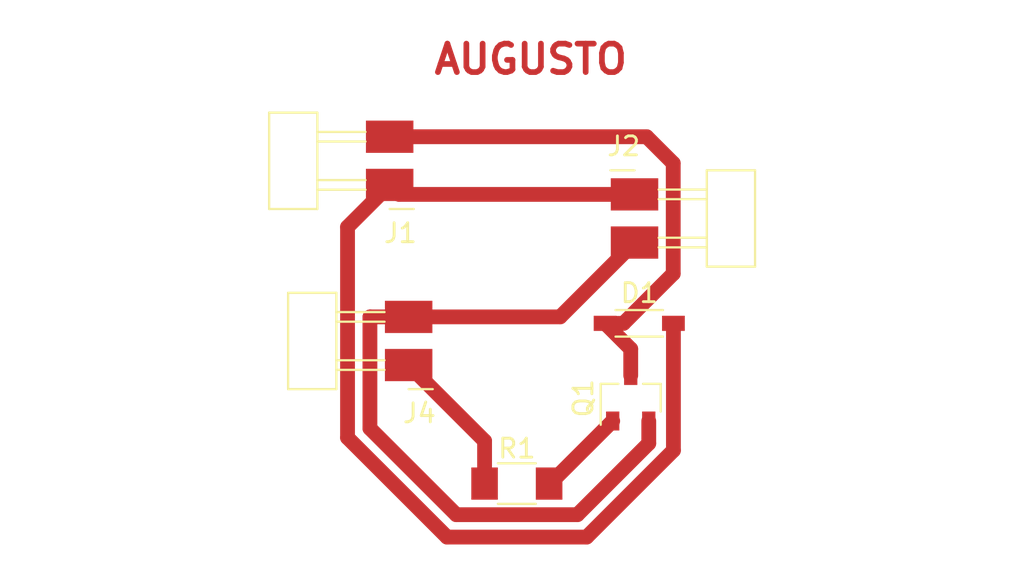
<source format=kicad_pcb>
(kicad_pcb (version 20240108) (generator "pcbnew") (generator_version "8.0")
  (layers (0 "F.Cu" signal) (31 "B.Cu" signal) (34 "B.Paste" user) (35 "F.Paste" user) (36 "B.SilkS" user "B.Silkscreen") (37 "F.SilkS" user "F.Silkscreen") (38 "B.Mask" user) (39 "F.Mask" user) (44 "Edge.Cuts" user))
  (net 0 "")
  (net 1 "/OUT2")
  (net 2 "PWR_12V")
  (net 3 "PWR_GND")
  (net 4 "Net-(J4-Pad1)")
  (net 5 "Net-(Q1-G)")
  (footprint "fab:PinHeader_1x02_P2.54mm_Horizontal_SMD" (layer "F.Cu") (at 141.8 47.75 180)
    (property "Reference" "J4" (at -1.524 -2.54 180) (layer "F.SilkS") (effects (justify right)))
    (property "Value" "Conn_PinHeader_UPDI_1x02_P2.54mm_Horizontal_SMD")
    (fp_line (start 6.35 3.81) (end 3.81 3.81) (stroke (width 0.12)) (layer "F.SilkS"))
    (fp_line (start 6.35 -1.27) (end 6.35 3.81) (stroke (width 0.12)) (layer "F.SilkS"))
    (fp_line (start 3.81 3.81) (end 3.81 -1.27) (stroke (width 0.12)) (layer "F.SilkS"))
    (fp_line (start 3.81 2.794) (end 1.27 2.794) (stroke (width 0.12)) (layer "F.SilkS"))
    (fp_line (start 3.81 2.286) (end 1.27 2.286) (stroke (width 0.12)) (layer "F.SilkS"))
    (fp_line (start 3.81 0.254) (end 1.27 0.254) (stroke (width 0.12)) (layer "F.SilkS"))
    (fp_line (start 3.81 -0.254) (end 1.27 -0.254) (stroke (width 0.12)) (layer "F.SilkS"))
    (fp_line (start 3.81 -1.27) (end 6.35 -1.27) (stroke (width 0.12)) (layer "F.SilkS"))
    (fp_line (start -1.27 -1.27) (end 0 -1.27) (stroke (width 0.12)) (layer "F.SilkS"))
    (pad "1" smd rect (at 0 0 180) (size 2.5 1.7) (layers "F.Cu" "F.Paste" "F.Mask") (net 4 "Net-(J4-Pad1)"))
    (pad "2" smd rect (at 0 2.54 180) (size 2.5 1.7) (layers "F.Cu" "F.Paste" "F.Mask") (net 3 "PWR_GND"))
  )
  (footprint "fab:SOT-23-3" (layer "F.Cu") (at 153.5 49.5 90)
    (property "Reference" "Q1" (at 0 -2.5 -90) (layer "F.SilkS"))
    (property "Value" "Transistor")
    (fp_line (start 0.76 -1.58) (end -1.4 -1.58) (stroke (width 0.12)) (layer "F.SilkS"))
    (fp_line (start 0.76 -1.58) (end 0.76 -0.65) (stroke (width 0.12)) (layer "F.SilkS"))
    (fp_line (start 0.76 1.58) (end 0.76 0.65) (stroke (width 0.12)) (layer "F.SilkS"))
    (fp_line (start 0.76 1.58) (end -0.7 1.58) (stroke (width 0.12)) (layer "F.SilkS"))
    (pad "1" smd rect (at -1.2 -0.95 90) (size 1 0.7) (layers "F.Cu" "F.Paste" "F.Mask") (net 5 "Net-(Q1-G)"))
    (pad "2" smd rect (at -1.2 0.95 90) (size 1 0.7) (layers "F.Cu" "F.Paste" "F.Mask") (net 3 "PWR_GND"))
    (pad "3" smd rect (at 1.2 0 90) (size 1 0.7) (layers "F.Cu" "F.Paste" "F.Mask") (net 1 "/OUT2"))
  )
  (footprint "fab:PinHeader_1x02_P2.54mm_Horizontal_SMD" (layer "F.Cu") (at 153.7 38.75)
    (property "Reference" "J2" (at -1.524 -2.54 180) (layer "F.SilkS") (effects (justify left)))
    (property "Value" "Conn_PinHeader_UPDI_1x02_P2.54mm_Horizontal_SMD")
    (fp_line (start -1.27 -1.27) (end 0 -1.27) (stroke (width 0.12)) (layer "F.SilkS"))
    (fp_line (start 3.81 -1.27) (end 6.35 -1.27) (stroke (width 0.12)) (layer "F.SilkS"))
    (fp_line (start 3.81 -0.254) (end 1.27 -0.254) (stroke (width 0.12)) (layer "F.SilkS"))
    (fp_line (start 3.81 0.254) (end 1.27 0.254) (stroke (width 0.12)) (layer "F.SilkS"))
    (fp_line (start 3.81 2.286) (end 1.27 2.286) (stroke (width 0.12)) (layer "F.SilkS"))
    (fp_line (start 3.81 2.794) (end 1.27 2.794) (stroke (width 0.12)) (layer "F.SilkS"))
    (fp_line (start 3.81 3.81) (end 3.81 -1.27) (stroke (width 0.12)) (layer "F.SilkS"))
    (fp_line (start 6.35 -1.27) (end 6.35 3.81) (stroke (width 0.12)) (layer "F.SilkS"))
    (fp_line (start 6.35 3.81) (end 3.81 3.81) (stroke (width 0.12)) (layer "F.SilkS"))
    (pad "1" smd rect (at 0 0) (size 2.5 1.7) (layers "F.Cu" "F.Paste" "F.Mask") (net 2 "PWR_12V"))
    (pad "2" smd rect (at 0 2.54) (size 2.5 1.7) (layers "F.Cu" "F.Paste" "F.Mask") (net 3 "PWR_GND"))
  )
  (footprint "fab:R_1206" (layer "F.Cu") (at 147.5 54)
    (property "Reference" "R1" (at 0 -1.85 0) (layer "F.SilkS"))
    (property "Value" "R_1206")
    (fp_line (start -1 -1.07) (end 1 -1.07) (stroke (width 0.12)) (layer "F.SilkS"))
    (fp_line (start 1 1.07) (end -1 1.07) (stroke (width 0.12)) (layer "F.SilkS"))
    (pad "1" smd rect (at -1.7 0) (size 1.4 1.7) (layers "F.Cu" "F.Paste" "F.Mask") (net 4 "Net-(J4-Pad1)"))
    (pad "2" smd rect (at 1.7 0) (size 1.4 1.7) (layers "F.Cu" "F.Paste" "F.Mask") (net 5 "Net-(Q1-G)"))
  )
  (footprint "fab:PinHeader_1x02_P2.54mm_Horizontal_SMD" (layer "F.Cu") (at 140.8 38.25 180)
    (property "Reference" "J1" (at -1.524 -2.54 180) (layer "F.SilkS") (effects (justify right)))
    (property "Value" "Conn_PinHeader_UPDI_1x02_P2.54mm_Horizontal_SMD")
    (fp_line (start 6.35 3.81) (end 3.81 3.81) (stroke (width 0.12)) (layer "F.SilkS"))
    (fp_line (start 6.35 -1.27) (end 6.35 3.81) (stroke (width 0.12)) (layer "F.SilkS"))
    (fp_line (start 3.81 3.81) (end 3.81 -1.27) (stroke (width 0.12)) (layer "F.SilkS"))
    (fp_line (start 3.81 2.794) (end 1.27 2.794) (stroke (width 0.12)) (layer "F.SilkS"))
    (fp_line (start 3.81 2.286) (end 1.27 2.286) (stroke (width 0.12)) (layer "F.SilkS"))
    (fp_line (start 3.81 0.254) (end 1.27 0.254) (stroke (width 0.12)) (layer "F.SilkS"))
    (fp_line (start 3.81 -0.254) (end 1.27 -0.254) (stroke (width 0.12)) (layer "F.SilkS"))
    (fp_line (start 3.81 -1.27) (end 6.35 -1.27) (stroke (width 0.12)) (layer "F.SilkS"))
    (fp_line (start -1.27 -1.27) (end 0 -1.27) (stroke (width 0.12)) (layer "F.SilkS"))
    (pad "1" smd rect (at 0 0 180) (size 2.5 1.7) (layers "F.Cu" "F.Paste" "F.Mask") (net 2 "PWR_12V"))
    (pad "2" smd rect (at 0 2.54 180) (size 2.5 1.7) (layers "F.Cu" "F.Paste" "F.Mask") (net 1 "/OUT2"))
  )
  (footprint "fab:SOD-123" (layer "F.Cu") (at 153.95 45.55 180)
    (property "Reference" "D1" (at 0 1.6 180) (layer "F.SilkS"))
    (property "Value" "Diode_Schottky_SOD123")
    (fp_line (start -1.25 0.7) (end 1.25 0.7) (stroke (width 0.12)) (layer "F.SilkS"))
    (fp_line (start -1.25 -0.7) (end 1.25 -0.7) (stroke (width 0.12)) (layer "F.SilkS"))
    (pad "1" smd rect (at -1.8 0 180) (size 1.2 0.8) (layers "F.Cu" "F.Paste" "F.Mask") (net 2 "PWR_12V"))
    (pad "2" smd rect (at 1.8 0 180) (size 1.2 0.8) (layers "F.Cu" "F.Paste" "F.Mask") (net 1 "/OUT2"))
  )
  (gr_text "AUGUSTO\n" (at 143 32.5 0) (layer "F.Cu") (effects (font (size 1.5 1.5) (thickness 0.3) (bold yes)) (justify left bottom)))
  (segment (start 154.34 35.71) (end 155.74 37.11) (width 0.78) (layer "F.Cu") (net 1))
  (segment (start 153.5 46.9) (end 152.15 45.55) (width 0.78) (layer "F.Cu") (net 1))
  (segment (start 155.74 42.93) (end 153.12 45.55) (width 0.78) (layer "F.Cu") (net 1))
  (segment (start 153.12 45.55) (end 152.15 45.55) (width 0.78) (layer "F.Cu") (net 1))
  (segment (start 153.5 48.3) (end 153.5 46.9) (width 0.78) (layer "F.Cu") (net 1))
  (segment (start 140.8 35.71) (end 154.34 35.71) (width 0.78) (layer "F.Cu") (net 1))
  (segment (start 155.74 37.11) (end 155.74 42.93) (width 0.78) (layer "F.Cu") (net 1))
  (segment (start 155.75 45.55) (end 155.75 52.248772) (width 0.78) (layer "F.Cu") (net 2))
  (segment (start 151.178772 56.82) (end 143.821228 56.82) (width 0.78) (layer "F.Cu") (net 2))
  (segment (start 138.58 51.578772) (end 138.58 40.47) (width 0.78) (layer "F.Cu") (net 2))
  (segment (start 153.7 38.75) (end 141.3 38.75) (width 0.78) (layer "F.Cu") (net 2))
  (segment (start 141.3 38.75) (end 140.8 38.25) (width 0.78) (layer "F.Cu") (net 2))
  (segment (start 155.75 52.248772) (end 151.178772 56.82) (width 0.78) (layer "F.Cu") (net 2))
  (segment (start 138.58 40.47) (end 140.8 38.25) (width 0.78) (layer "F.Cu") (net 2))
  (segment (start 143.821228 56.82) (end 138.58 51.578772) (width 0.78) (layer "F.Cu") (net 2))
  (segment (start 144.31 55.64) (end 139.76 51.09) (width 0.78) (layer "F.Cu") (net 3))
  (segment (start 150.69 55.64) (end 144.31 55.64) (width 0.78) (layer "F.Cu") (net 3))
  (segment (start 154.45 50.7) (end 154.45 51.88) (width 0.78) (layer "F.Cu") (net 3))
  (segment (start 139.76 51.09) (end 139.76 45.22) (width 0.78) (layer "F.Cu") (net 3))
  (segment (start 139.76 45.22) (end 139.77 45.21) (width 0.78) (layer "F.Cu") (net 3))
  (segment (start 141.8 45.21) (end 149.78 45.21) (width 0.78) (layer "F.Cu") (net 3))
  (segment (start 149.78 45.21) (end 153.7 41.29) (width 0.78) (layer "F.Cu") (net 3))
  (segment (start 139.77 45.21) (end 141.8 45.21) (width 0.78) (layer "F.Cu") (net 3))
  (segment (start 154.45 51.88) (end 150.69 55.64) (width 0.78) (layer "F.Cu") (net 3))
  (segment (start 145.8 51.75) (end 141.8 47.75) (width 0.78) (layer "F.Cu") (net 4))
  (segment (start 145.8 54) (end 145.8 51.75) (width 0.78) (layer "F.Cu") (net 4))
  (segment (start 149.2 54) (end 149.25 54) (width 0.78) (layer "F.Cu") (net 5))
  (segment (start 149.25 54) (end 152.55 50.7) (width 0.78) (layer "F.Cu") (net 5))
)
</source>
